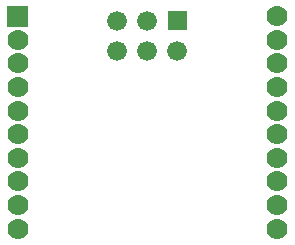
<source format=gbr>
G04 start of page 7 for group -4062 idx -4062 *
G04 Title: (unknown), soldermask *
G04 Creator: pcb 20140316 *
G04 CreationDate: Sun 30 Dec 2018 07:25:55 PM GMT UTC *
G04 For: railfan *
G04 Format: Gerber/RS-274X *
G04 PCB-Dimensions (mil): 970.00 890.00 *
G04 PCB-Coordinate-Origin: lower left *
%MOIN*%
%FSLAX25Y25*%
%LNBOTTOMMASK*%
%ADD32C,0.0001*%
%ADD31C,0.0660*%
%ADD30C,0.0700*%
G54D30*X91807Y80000D03*
Y72126D03*
Y64252D03*
Y56378D03*
Y48504D03*
Y40630D03*
Y32756D03*
Y24882D03*
Y17008D03*
Y9134D03*
G54D31*X38500Y68500D03*
G54D32*G36*
X1693Y83500D02*Y76500D01*
X8693D01*
Y83500D01*
X1693D01*
G37*
G54D30*X5193Y72126D03*
G54D32*G36*
X55200Y81800D02*Y75200D01*
X61800D01*
Y81800D01*
X55200D01*
G37*
G54D31*X48500Y78500D03*
X38500D03*
X58500Y68500D03*
X48500D03*
G54D30*X5193Y64252D03*
Y56378D03*
Y48504D03*
Y40630D03*
Y32756D03*
Y24882D03*
Y17008D03*
Y9134D03*
M02*

</source>
